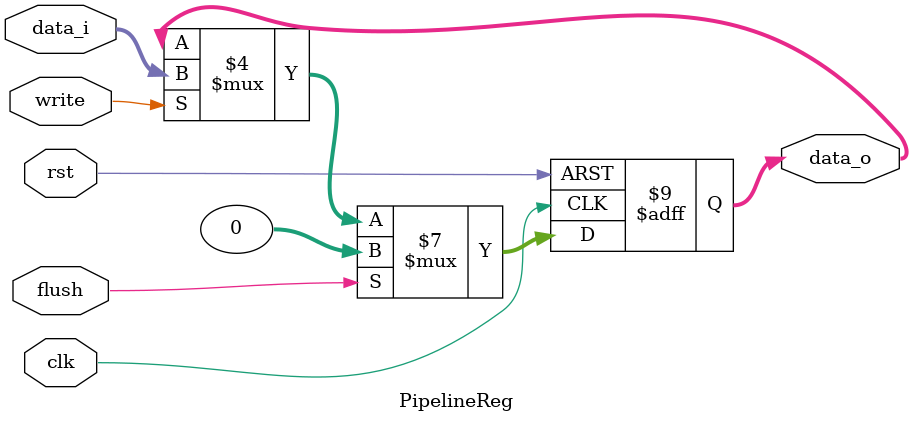
<source format=v>
module PipelineReg #(
    parameter size = 32
) 
(
    input clk, 
    input rst, 
    input flush,
    input write,
    input [size-1:0] data_i, 
    output reg [size-1:0] data_o
);

always @(posedge clk, negedge rst) begin
    if (~rst) data_o <= 0; 
    else if (flush) data_o <= 0;
    else if (write) data_o <= data_i;
    else data_o <= data_o;
end

endmodule

</source>
